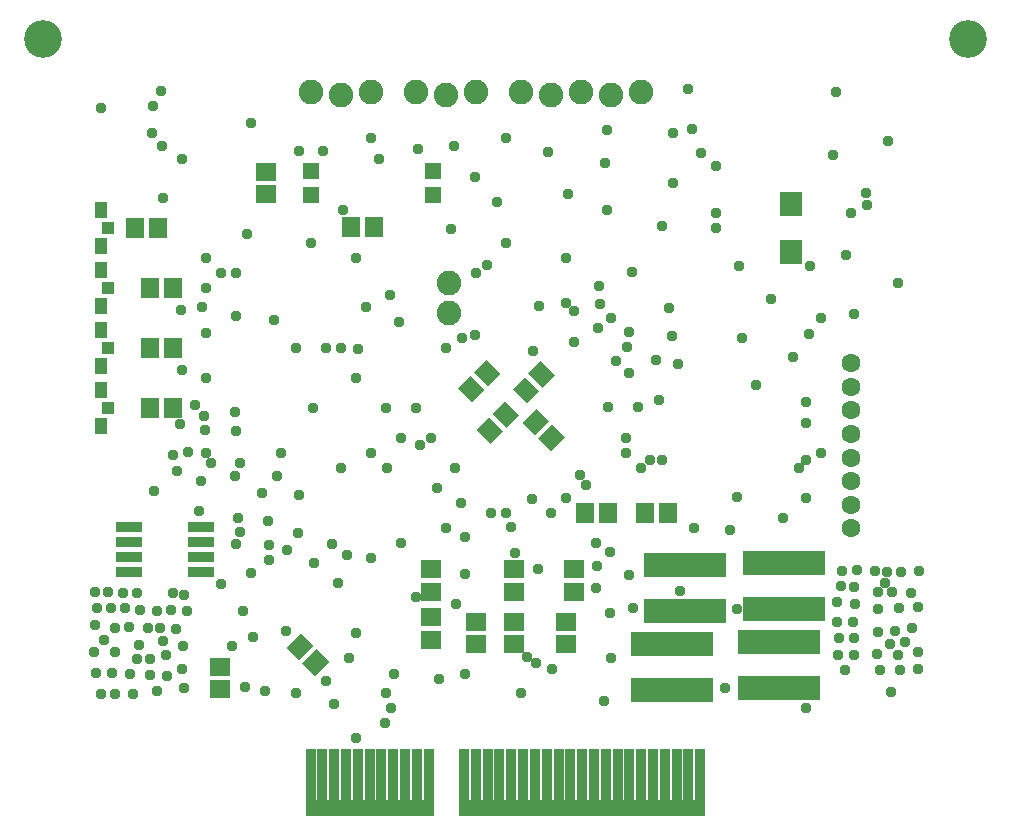
<source format=gbr>
G04 EAGLE Gerber RS-274X export*
G75*
%MOMM*%
%FSLAX34Y34*%
%LPD*%
%INSoldermask Bottom*%
%IPPOS*%
%AMOC8*
5,1,8,0,0,1.08239X$1,22.5*%
G01*
%ADD10R,1.503200X1.703200*%
%ADD11R,1.703200X1.503200*%
%ADD12C,2.082800*%
%ADD13R,0.903200X4.403200*%
%ADD14R,10.900000X1.400000*%
%ADD15R,20.900000X1.400000*%
%ADD16C,3.203200*%
%ADD17R,1.003200X1.403200*%
%ADD18R,1.103200X1.103200*%
%ADD19R,1.403200X1.403200*%
%ADD20R,2.235200X0.863600*%
%ADD21C,1.600200*%
%ADD22R,7.003200X2.103200*%
%ADD23R,1.903200X2.003200*%
%ADD24C,0.959600*%


D10*
G36*
X89721Y303576D02*
X100350Y292947D01*
X88307Y280904D01*
X77678Y291533D01*
X89721Y303576D01*
G37*
G36*
X76286Y317012D02*
X86915Y306383D01*
X74872Y294340D01*
X64243Y304969D01*
X76286Y317012D01*
G37*
D11*
X-12700Y161950D03*
X-12700Y180950D03*
X57150Y161950D03*
X57150Y180950D03*
D10*
G36*
X-124773Y104094D02*
X-135402Y114723D01*
X-123359Y126766D01*
X-112730Y116137D01*
X-124773Y104094D01*
G37*
G36*
X-111338Y90658D02*
X-121967Y101287D01*
X-109924Y113330D01*
X-99295Y102701D01*
X-111338Y90658D01*
G37*
D11*
X-12700Y140310D03*
X-12700Y121310D03*
X25400Y136500D03*
X25400Y117500D03*
D10*
G36*
X69550Y346769D02*
X80179Y357398D01*
X92222Y345355D01*
X81593Y334726D01*
X69550Y346769D01*
G37*
G36*
X56115Y333333D02*
X66744Y343962D01*
X78787Y331919D01*
X68158Y321290D01*
X56115Y333333D01*
G37*
D11*
X57150Y136500D03*
X57150Y117500D03*
X101600Y136500D03*
X101600Y117500D03*
D10*
G36*
X48307Y297883D02*
X37678Y287254D01*
X25635Y299297D01*
X36264Y309926D01*
X48307Y297883D01*
G37*
G36*
X61742Y311319D02*
X51113Y300690D01*
X39070Y312733D01*
X49699Y323362D01*
X61742Y311319D01*
G37*
G36*
X32559Y332935D02*
X21930Y322306D01*
X9887Y334349D01*
X20516Y344978D01*
X32559Y332935D01*
G37*
G36*
X45994Y346371D02*
X35365Y335742D01*
X23322Y347785D01*
X33951Y358414D01*
X45994Y346371D01*
G37*
D11*
X107950Y161950D03*
X107950Y180950D03*
D10*
X136500Y228600D03*
X117500Y228600D03*
D12*
X63500Y585470D03*
X88900Y582930D03*
X114300Y585470D03*
X139700Y582930D03*
X165100Y585470D03*
D13*
X-115000Y7000D03*
X-105000Y7000D03*
X-95000Y7000D03*
X-85000Y7000D03*
X-75000Y7000D03*
X-65000Y7000D03*
X-55000Y7000D03*
X-45000Y7000D03*
X-35000Y7000D03*
X-25000Y7000D03*
X-15000Y7000D03*
X15000Y7000D03*
X25000Y7000D03*
X35000Y7000D03*
X45000Y7000D03*
X55000Y7000D03*
X65000Y7000D03*
X75000Y7000D03*
X85000Y7000D03*
X95000Y7000D03*
X105000Y7000D03*
X115000Y7000D03*
X125000Y7000D03*
X135000Y7000D03*
X145000Y7000D03*
X155000Y7000D03*
X165000Y7000D03*
X175000Y7000D03*
X185000Y7000D03*
X195000Y7000D03*
X205000Y7000D03*
X215000Y7000D03*
D14*
X-65000Y-21000D03*
D15*
X115000Y-21000D03*
D16*
X-341500Y630000D03*
X441500Y630000D03*
D12*
X-25400Y585470D03*
X0Y582930D03*
X25400Y585470D03*
X-114300Y585470D03*
X-88900Y582930D03*
X-63500Y585470D03*
D17*
X-292100Y302500D03*
X-292100Y332500D03*
D18*
X-286600Y317500D03*
D17*
X-292100Y353300D03*
X-292100Y383300D03*
D18*
X-286600Y368300D03*
D17*
X-292100Y404100D03*
X-292100Y434100D03*
D18*
X-286600Y419100D03*
D17*
X-292100Y454900D03*
X-292100Y484900D03*
D18*
X-286600Y469900D03*
D10*
X-61620Y470408D03*
X-80620Y470408D03*
X168300Y228600D03*
X187300Y228600D03*
D11*
X-191516Y79400D03*
X-191516Y98400D03*
D10*
X-231800Y317500D03*
X-250800Y317500D03*
X-231800Y368300D03*
X-250800Y368300D03*
X-231800Y419100D03*
X-250800Y419100D03*
D11*
X-152400Y517500D03*
X-152400Y498500D03*
D10*
X-244500Y469900D03*
X-263500Y469900D03*
D19*
X-11176Y518500D03*
X-11176Y497500D03*
X-114300Y497500D03*
X-114300Y518500D03*
D20*
X-268986Y178562D03*
X-207518Y178562D03*
X-268986Y191262D03*
X-268986Y203962D03*
X-207518Y191262D03*
X-207518Y203962D03*
X-268986Y216662D03*
X-207518Y216662D03*
D21*
X342900Y355600D03*
X342900Y335534D03*
X342900Y315722D03*
X342900Y295656D03*
X342900Y275590D03*
X342900Y255524D03*
X342900Y235712D03*
X342900Y215646D03*
D22*
X285496Y186124D03*
X285496Y147124D03*
X191008Y117544D03*
X191008Y78544D03*
X281940Y119068D03*
X281940Y80068D03*
X202184Y184600D03*
X202184Y145600D03*
D23*
X292100Y490400D03*
X292100Y449400D03*
D12*
X2540Y398272D03*
X2540Y423672D03*
D24*
X-179324Y260096D03*
X192024Y508000D03*
X245872Y242316D03*
X-241300Y585724D03*
X-240792Y539496D03*
X-205232Y310388D03*
X-207264Y402844D03*
X72136Y240792D03*
X73660Y365760D03*
X-82296Y106172D03*
X-297688Y162052D03*
X-286512Y162052D03*
X250444Y376428D03*
X274828Y409448D03*
X293116Y360680D03*
X334264Y166624D03*
X197612Y162560D03*
X157988Y148336D03*
X139192Y105664D03*
X89408Y96520D03*
X15748Y91948D03*
X-44704Y91948D03*
X-153924Y78232D03*
X-170180Y81280D03*
X-218440Y279908D03*
X-231140Y277368D03*
X-225552Y303784D03*
X-223520Y349504D03*
X-212852Y320040D03*
X-204724Y298704D03*
X-224536Y400304D03*
X-178308Y395732D03*
X-224028Y528320D03*
X-249428Y550164D03*
X-248412Y573024D03*
X-146304Y392176D03*
X-68072Y403352D03*
X-112776Y317500D03*
X8128Y151892D03*
X15748Y176784D03*
X54356Y216408D03*
X77216Y180848D03*
X127508Y183388D03*
X137160Y318516D03*
X-40132Y390144D03*
X24384Y379476D03*
X-96520Y202692D03*
X-273812Y160528D03*
X-261620Y160528D03*
X-231140Y161036D03*
X-221996Y159512D03*
X-296164Y147828D03*
X-283972Y147828D03*
X-271780Y148336D03*
X-259080Y146304D03*
X-244856Y145796D03*
X-233172Y146304D03*
X362712Y179832D03*
X365252Y162052D03*
X347980Y180340D03*
X373380Y178816D03*
X335280Y179832D03*
X344932Y165608D03*
X371348Y169164D03*
X385064Y178308D03*
X400304Y179832D03*
X377444Y161544D03*
X393700Y160528D03*
X399288Y149352D03*
X383032Y147828D03*
X365760Y147320D03*
X345948Y151892D03*
X375412Y117856D03*
X330708Y152908D03*
X344424Y136652D03*
X330708Y136144D03*
X344932Y122936D03*
X332232Y122428D03*
X331216Y108204D03*
X344932Y108712D03*
X337820Y96012D03*
X365760Y128016D03*
X364236Y109220D03*
X366776Y96012D03*
X394208Y131064D03*
X379984Y129032D03*
X388620Y119380D03*
X382524Y108204D03*
X399288Y111252D03*
X384048Y96012D03*
X399288Y96520D03*
X-297180Y134112D03*
X-280416Y131572D03*
X-268732Y132080D03*
X-252984Y131064D03*
X-242316Y131064D03*
X-229108Y130048D03*
X-289560Y121412D03*
X-280416Y111252D03*
X-298196Y111252D03*
X-260096Y116840D03*
X-240284Y119888D03*
X-219456Y145796D03*
X-223012Y115824D03*
X-237236Y108712D03*
X-262128Y104648D03*
X-250952Y104648D03*
X-224028Y96520D03*
X-221996Y80772D03*
X-236220Y90932D03*
X-296672Y92964D03*
X-283464Y93472D03*
X-268224Y91948D03*
X-250952Y91440D03*
X-245364Y78232D03*
X-265684Y75692D03*
X-280416Y75184D03*
X-292608Y75184D03*
X12700Y237236D03*
X-7620Y249428D03*
X-47752Y413004D03*
X13208Y376936D03*
X43180Y491744D03*
X86360Y533908D03*
X134620Y525272D03*
X182372Y471424D03*
X136144Y485140D03*
X103124Y498348D03*
X24384Y513080D03*
X188468Y401828D03*
X157480Y432816D03*
X192024Y550164D03*
X177292Y358140D03*
X180340Y324612D03*
X162052Y318516D03*
X239776Y214376D03*
X235712Y80772D03*
X284988Y224028D03*
X376428Y76708D03*
X-190500Y168148D03*
X-209804Y230124D03*
X-143764Y259588D03*
X-83820Y193040D03*
X-102108Y86360D03*
X-6604Y87884D03*
X4064Y469392D03*
X135636Y553212D03*
X204216Y587248D03*
X228600Y522224D03*
X327152Y531876D03*
X373888Y543560D03*
X382524Y423672D03*
X338328Y447040D03*
X307848Y437388D03*
X345440Y397256D03*
X262128Y337312D03*
X-181356Y116332D03*
X-91440Y169672D03*
X-74676Y367792D03*
X-38100Y292100D03*
X112954Y260782D03*
X-135636Y128524D03*
X7620Y266700D03*
X108311Y373625D03*
X-190500Y431800D03*
X-176276Y224536D03*
X-151384Y221996D03*
X-63500Y190500D03*
X0Y215900D03*
X-38100Y203200D03*
X50800Y546100D03*
X6350Y539750D03*
X-23876Y536956D03*
X-104168Y534924D03*
X-169164Y465074D03*
X-124460Y534924D03*
X133350Y69624D03*
X0Y368300D03*
X101600Y406400D03*
X129540Y420624D03*
X108204Y399796D03*
X130048Y405892D03*
X-203200Y342900D03*
X-76200Y342900D03*
X-50800Y317500D03*
X-203200Y419100D03*
X-101600Y368300D03*
X-22676Y285976D03*
X-240006Y495300D03*
X-203200Y444500D03*
X-177800Y431800D03*
X-88900Y368300D03*
X-25400Y317500D03*
X-203200Y381000D03*
X-127000Y368300D03*
X-12700Y292100D03*
X-203200Y279400D03*
X-139700Y279400D03*
X50800Y457200D03*
X-63776Y279676D03*
X-76200Y444500D03*
X25400Y431800D03*
X101600Y444500D03*
X-114300Y457200D03*
X-228092Y264160D03*
X-155730Y245576D03*
X-124714Y243586D03*
X78232Y403860D03*
X152400Y292100D03*
X-165100Y558800D03*
X-63500Y546100D03*
X152400Y279400D03*
X117856Y252476D03*
X-57178Y528348D03*
X34544Y438404D03*
X-88900Y266700D03*
X-50524Y266424D03*
X-292100Y571500D03*
X-165100Y177800D03*
X88900Y228600D03*
X-127000Y76200D03*
X138225Y195375D03*
X127000Y165100D03*
X-25908Y157226D03*
X-247650Y247650D03*
X-111760Y186436D03*
X-150368Y188468D03*
X-134620Y197104D03*
X-207772Y255524D03*
X-199012Y270736D03*
X-174752Y271272D03*
X-87884Y485140D03*
X-172212Y145796D03*
X-163576Y123444D03*
X-76200Y38100D03*
X-76200Y127000D03*
X-178308Y202184D03*
X-150368Y201168D03*
X76200Y101600D03*
X-51576Y50800D03*
X68072Y106786D03*
X-47244Y63500D03*
X63500Y76200D03*
X-50800Y76200D03*
X-95504Y66548D03*
X304800Y241300D03*
X138684Y144230D03*
X154522Y176276D03*
X50800Y228600D03*
X101600Y241300D03*
X15748Y208280D03*
X38100Y228600D03*
X165100Y266700D03*
X58420Y195072D03*
X127000Y203200D03*
X-174470Y212344D03*
X-125777Y211582D03*
X307340Y379984D03*
X317500Y393700D03*
X172720Y273812D03*
X152880Y368808D03*
X304800Y304800D03*
X304800Y322298D03*
X154912Y382041D03*
X143472Y357416D03*
X128016Y385572D03*
X317500Y279400D03*
X342900Y482600D03*
X154940Y346964D03*
X228600Y482600D03*
X330200Y584751D03*
X139700Y393700D03*
X298450Y266700D03*
X208075Y553925D03*
X304876Y273126D03*
X215900Y533400D03*
X356108Y489712D03*
X304800Y63500D03*
X355600Y499364D03*
X196400Y355150D03*
X190754Y378206D03*
X182344Y273558D03*
X209550Y215900D03*
X228600Y469900D03*
X247650Y438150D03*
X245908Y147164D03*
X-179324Y313944D03*
X-178308Y298196D03*
M02*

</source>
